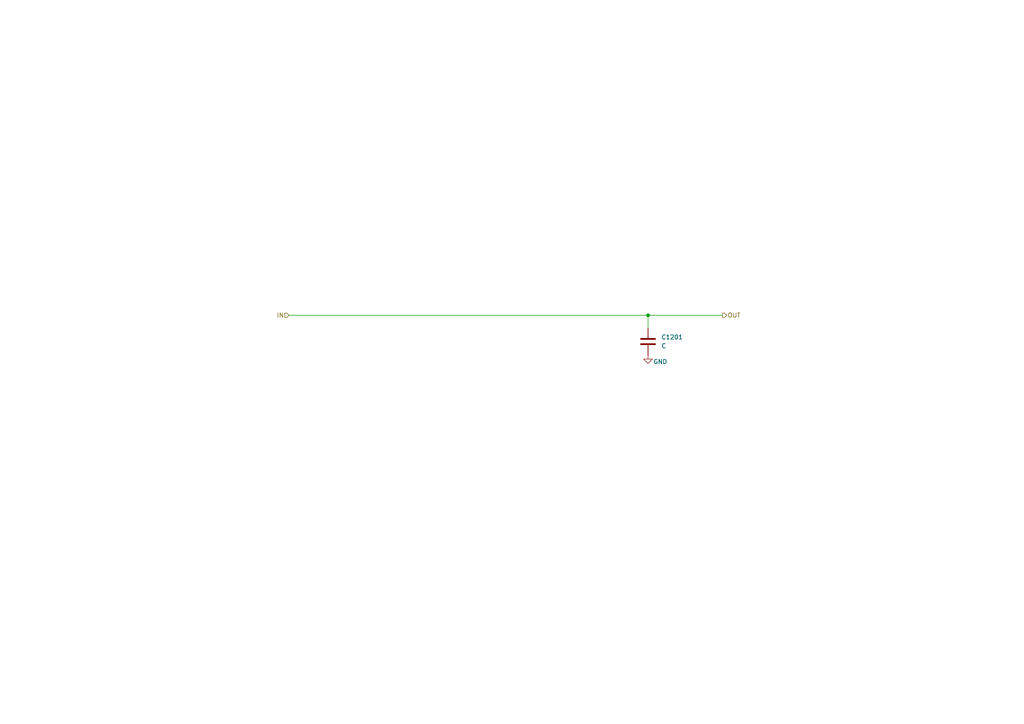
<source format=kicad_sch>
(kicad_sch (version 20231120) (generator "eeschema") (generator_version "8.0")
  (paper "A4")
  (title_block (title "Power supply - low level driver") (date "2024-06-28"))
  (lib_symbols
    (symbol "Device:C" (pin_numbers hide) (pin_names (offset 0.254))
      (property "Reference" "C" (at 0.635 2.54 0))
      (property "Value" "C" (at 0.635 -2.54 0))
      (symbol "C_0_1"
        (polyline (pts (xy -2.032 -0.762) (xy 2.032 -0.762)) (stroke (width 0.508)))
        (polyline (pts (xy -2.032 0.762) (xy 2.032 0.762)) (stroke (width 0.508)))
      )
      (symbol "C_1_1"
        (pin passive line (at 0 3.81 270) (length 2.794) (name "~") (number "1"))
        (pin passive line (at 0 -3.81 90) (length 2.794) (name "~") (number "2"))
      )
    )
    (symbol "power:GND" (power) (pin_numbers hide) (pin_names (offset 0) hide)
      (property "Value" "GND" (at 0 -3.81 0))
      (symbol "GND_0_1"
        (polyline (pts (xy 0 0) (xy 0 -1.27) (xy 1.27 -1.27) (xy 0 -2.54) (xy -1.27 -1.27) (xy 0 -1.27)))
      )
      (symbol "GND_1_1"
        (pin power_in line (at 0 0 270) (length 0) (name "~") (number "1"))
      )
    )
  )
  (junction (at 187.96 91.44))
  (wire (pts (xy 187.96 91.44) (xy 209.55 91.44)))
  (wire (pts (xy 187.96 91.44) (xy 187.96 95.25)))
  (wire (pts (xy 83.82 91.44) (xy 187.96 91.44)))
  (hierarchical_label "IN" (shape input) (at 83.82 91.44 180))
  (hierarchical_label "OUT" (shape output) (at 209.55 91.44 0))
  (symbol (lib_id "Device:C") (at 187.96 99.06 0) (unit 1)
    (property "Reference" "C1101" (at 191.77 97.7899 0) (effects (justify left)))
    (property "Value" "C" (at 191.77 100.3299 0) (effects (justify left)))
    (property "Description" "Unpolarized capacitor" (effects (hide yes)))
    (instances (project "Low-level-driver" (path "" (reference "C1201") (unit 1)) (path "" (reference "C1101") (unit 1))))
  )
  (symbol (lib_id "power:GND") (at 187.96 102.87 0) (unit 1)
    (property "Reference" "#PWR01101" (effects (hide yes)))
    (property "Value" "GND" (at 191.516 104.902 0))
    (property "Description" "Power symbol creates a global label with name \"GND\" , ground" (effects (hide yes)))
    (instances (project "Low-level-driver" (path "" (reference "#PWR01201") (unit 1)) (path "" (reference "#PWR01101") (unit 1))))
  )
)
</source>
